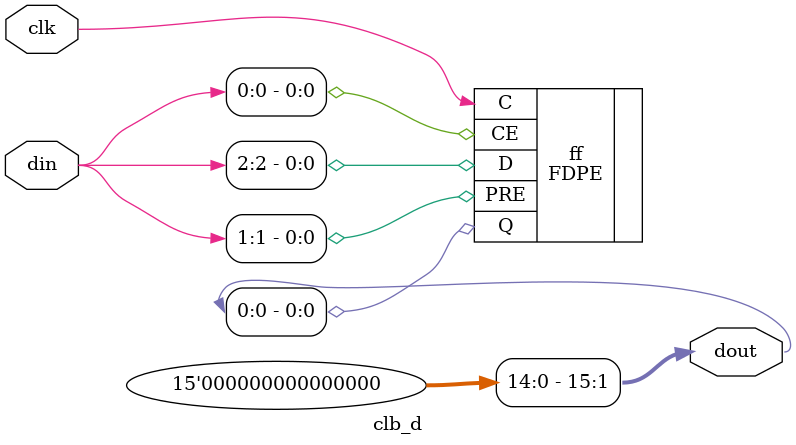
<source format=v>
module clb_d (input clk, input [15:0] din, output [15:0] dout);
	(* LOC="SLICE_X0Y243", BEL="AFF", DONT_TOUCH *)
	FDPE ff (
		.C(clk),
		.Q(dout[0]),
		.CE(din[0]),
		.PRE(din[1]),
		.D(din[2])
	);
	assign dout[15:1] = 0;
endmodule
</source>
